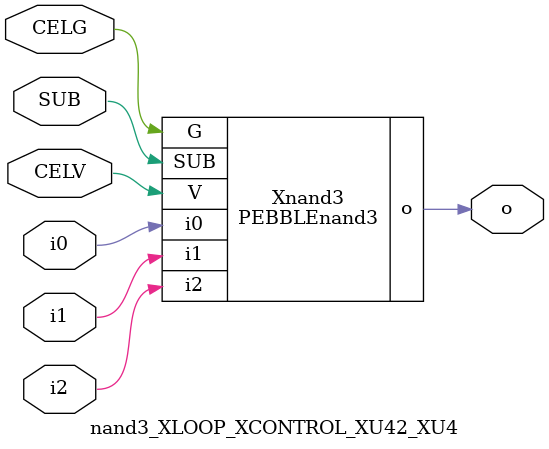
<source format=v>



module PEBBLEnand3 ( o, G, SUB, V, i0, i1, i2 );

  input i0;
  input V;
  input i2;
  input i1;
  input G;
  output o;
  input SUB;
endmodule

//Celera Confidential Do Not Copy nand3_XLOOP_XCONTROL_XU42_XU4
//Celera Confidential Symbol Generator
//5V Inverter
module nand3_XLOOP_XCONTROL_XU42_XU4 (CELV,CELG,i0,i1,i2,o,SUB);
input CELV;
input CELG;
input i0;
input i1;
input i2;
input SUB;
output o;

//Celera Confidential Do Not Copy nand3
PEBBLEnand3 Xnand3(
.V (CELV),
.i0 (i0),
.i1 (i1),
.i2 (i2),
.o (o),
.SUB (SUB),
.G (CELG)
);
//,diesize,PEBBLEnand3

//Celera Confidential Do Not Copy Module End
//Celera Schematic Generator
endmodule

</source>
